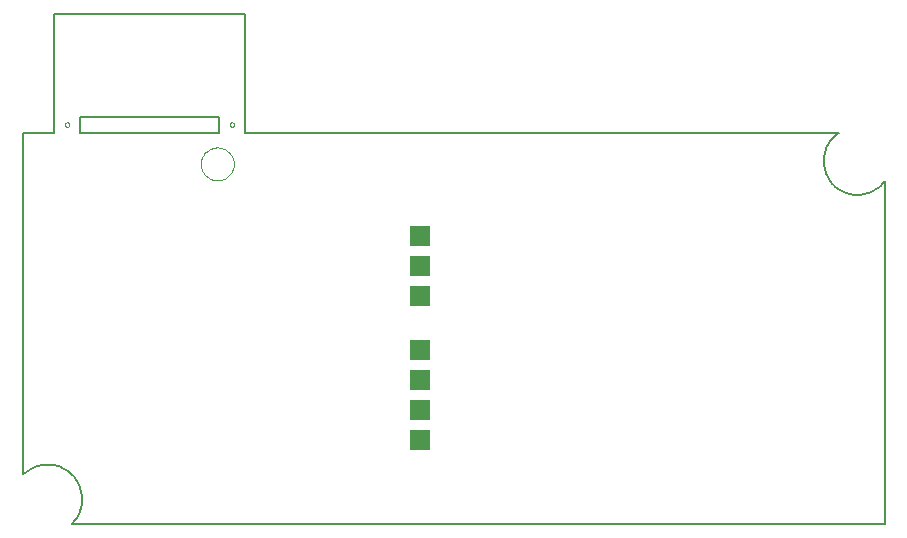
<source format=gbp>
G75*
G70*
%OFA0B0*%
%FSLAX24Y24*%
%IPPOS*%
%LPD*%
%AMOC8*
5,1,8,0,0,1.08239X$1,22.5*
%
%ADD10C,0.0000*%
%ADD11C,0.0080*%
%ADD12R,0.0650X0.0650*%
D10*
X006434Y012503D02*
X006436Y012550D01*
X006442Y012596D01*
X006452Y012642D01*
X006465Y012686D01*
X006483Y012730D01*
X006504Y012771D01*
X006528Y012811D01*
X006556Y012849D01*
X006587Y012884D01*
X006621Y012916D01*
X006657Y012945D01*
X006696Y012971D01*
X006736Y012994D01*
X006779Y013013D01*
X006823Y013029D01*
X006868Y013041D01*
X006914Y013049D01*
X006961Y013053D01*
X007007Y013053D01*
X007054Y013049D01*
X007100Y013041D01*
X007145Y013029D01*
X007189Y013013D01*
X007232Y012994D01*
X007272Y012971D01*
X007311Y012945D01*
X007347Y012916D01*
X007381Y012884D01*
X007412Y012849D01*
X007440Y012811D01*
X007464Y012771D01*
X007485Y012730D01*
X007503Y012686D01*
X007516Y012642D01*
X007526Y012596D01*
X007532Y012550D01*
X007534Y012503D01*
X007532Y012456D01*
X007526Y012410D01*
X007516Y012364D01*
X007503Y012320D01*
X007485Y012276D01*
X007464Y012235D01*
X007440Y012195D01*
X007412Y012157D01*
X007381Y012122D01*
X007347Y012090D01*
X007311Y012061D01*
X007272Y012035D01*
X007232Y012012D01*
X007189Y011993D01*
X007145Y011977D01*
X007100Y011965D01*
X007054Y011957D01*
X007007Y011953D01*
X006961Y011953D01*
X006914Y011957D01*
X006868Y011965D01*
X006823Y011977D01*
X006779Y011993D01*
X006736Y012012D01*
X006696Y012035D01*
X006657Y012061D01*
X006621Y012090D01*
X006587Y012122D01*
X006556Y012157D01*
X006528Y012195D01*
X006504Y012235D01*
X006483Y012276D01*
X006465Y012320D01*
X006452Y012364D01*
X006442Y012410D01*
X006436Y012456D01*
X006434Y012503D01*
X007395Y013810D02*
X007397Y013827D01*
X007402Y013843D01*
X007411Y013857D01*
X007423Y013869D01*
X007437Y013878D01*
X007453Y013883D01*
X007470Y013885D01*
X007487Y013883D01*
X007503Y013878D01*
X007517Y013869D01*
X007529Y013857D01*
X007538Y013843D01*
X007543Y013827D01*
X007545Y013810D01*
X007543Y013793D01*
X007538Y013777D01*
X007529Y013763D01*
X007517Y013751D01*
X007503Y013742D01*
X007487Y013737D01*
X007470Y013735D01*
X007453Y013737D01*
X007437Y013742D01*
X007423Y013751D01*
X007411Y013763D01*
X007402Y013777D01*
X007397Y013793D01*
X007395Y013810D01*
X001905Y013810D02*
X001907Y013827D01*
X001912Y013843D01*
X001921Y013857D01*
X001933Y013869D01*
X001947Y013878D01*
X001963Y013883D01*
X001980Y013885D01*
X001997Y013883D01*
X002013Y013878D01*
X002027Y013869D01*
X002039Y013857D01*
X002048Y013843D01*
X002053Y013827D01*
X002055Y013810D01*
X002053Y013793D01*
X002048Y013777D01*
X002039Y013763D01*
X002027Y013751D01*
X002013Y013742D01*
X001997Y013737D01*
X001980Y013735D01*
X001963Y013737D01*
X001947Y013742D01*
X001933Y013751D01*
X001921Y013763D01*
X001912Y013777D01*
X001907Y013793D01*
X001905Y013810D01*
D11*
X000510Y002150D02*
X000559Y002196D01*
X000611Y002238D01*
X000666Y002278D01*
X000722Y002314D01*
X000781Y002348D01*
X000841Y002377D01*
X000903Y002403D01*
X000966Y002426D01*
X001031Y002444D01*
X001097Y002459D01*
X001163Y002470D01*
X001230Y002477D01*
X001297Y002481D01*
X001364Y002480D01*
X001431Y002476D01*
X001498Y002467D01*
X001564Y002455D01*
X001629Y002439D01*
X001694Y002419D01*
X001757Y002395D01*
X001818Y002368D01*
X001878Y002337D01*
X001936Y002303D01*
X001992Y002266D01*
X002045Y002225D01*
X002096Y002181D01*
X002145Y002135D01*
X002191Y002086D01*
X002233Y002034D01*
X002273Y001979D01*
X002309Y001923D01*
X002343Y001864D01*
X002372Y001804D01*
X002398Y001742D01*
X002421Y001679D01*
X002439Y001614D01*
X002454Y001548D01*
X002465Y001482D01*
X002472Y001415D01*
X002476Y001348D01*
X002475Y001281D01*
X002471Y001214D01*
X002462Y001147D01*
X002450Y001081D01*
X002434Y001016D01*
X002414Y000951D01*
X002390Y000888D01*
X002363Y000827D01*
X002332Y000767D01*
X002298Y000709D01*
X002261Y000653D01*
X002220Y000600D01*
X002176Y000549D01*
X002130Y000500D01*
X029230Y000500D01*
X029230Y011930D01*
X029189Y011877D01*
X029145Y011828D01*
X029098Y011780D01*
X029049Y011736D01*
X028997Y011695D01*
X028942Y011656D01*
X028886Y011621D01*
X028827Y011590D01*
X028767Y011562D01*
X028705Y011538D01*
X028642Y011517D01*
X028578Y011500D01*
X028512Y011487D01*
X028447Y011478D01*
X028380Y011472D01*
X028314Y011471D01*
X028247Y011474D01*
X028181Y011480D01*
X028116Y011490D01*
X028051Y011505D01*
X027987Y011523D01*
X027924Y011545D01*
X027862Y011570D01*
X027803Y011599D01*
X027745Y011632D01*
X027689Y011668D01*
X027635Y011707D01*
X027584Y011749D01*
X027535Y011794D01*
X027489Y011843D01*
X027446Y011893D01*
X027406Y011946D01*
X027369Y012002D01*
X027336Y012059D01*
X027306Y012119D01*
X027280Y012180D01*
X027257Y012242D01*
X027238Y012306D01*
X027223Y012371D01*
X027211Y012436D01*
X027204Y012502D01*
X027200Y012569D01*
X027201Y012635D01*
X027205Y012701D01*
X027213Y012767D01*
X027225Y012833D01*
X027241Y012897D01*
X027261Y012961D01*
X027285Y013023D01*
X027312Y013084D01*
X027342Y013143D01*
X027377Y013200D01*
X027414Y013255D01*
X027455Y013307D01*
X027498Y013358D01*
X027545Y013405D01*
X027594Y013450D01*
X027646Y013491D01*
X027700Y013530D01*
X007910Y013530D01*
X007910Y017500D01*
X001550Y017500D01*
X001550Y013530D01*
X000500Y013530D01*
X000500Y002150D01*
X000510Y002150D01*
X002410Y013530D02*
X002410Y014070D01*
X007030Y014070D01*
X007030Y013530D01*
X002410Y013530D01*
D12*
X013750Y010100D03*
X013750Y009100D03*
X013750Y008100D03*
X013750Y006315D03*
X013750Y005315D03*
X013750Y004315D03*
X013750Y003315D03*
M02*

</source>
